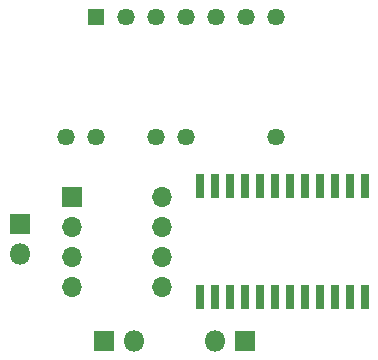
<source format=gbr>
%TF.GenerationSoftware,KiCad,Pcbnew,(5.1.6)-1*%
%TF.CreationDate,2021-07-08T13:54:37-04:00*%
%TF.ProjectId,Turbo-Display-V3-Simple,54757262-6f2d-4446-9973-706c61792d56,rev?*%
%TF.SameCoordinates,Original*%
%TF.FileFunction,Soldermask,Top*%
%TF.FilePolarity,Negative*%
%FSLAX46Y46*%
G04 Gerber Fmt 4.6, Leading zero omitted, Abs format (unit mm)*
G04 Created by KiCad (PCBNEW (5.1.6)-1) date 2021-07-08 13:54:37*
%MOMM*%
%LPD*%
G01*
G04 APERTURE LIST*
%ADD10R,1.465000X1.465000*%
%ADD11C,1.465000*%
%ADD12R,0.750000X2.025000*%
%ADD13R,1.800000X1.800000*%
%ADD14O,1.800000X1.800000*%
%ADD15R,1.700000X1.700000*%
%ADD16O,1.700000X1.700000*%
G04 APERTURE END LIST*
D10*
%TO.C,DS1*%
X129540000Y-78105000D03*
D11*
X132080000Y-78105000D03*
X134620000Y-78105000D03*
X137160000Y-78105000D03*
X139700000Y-78105000D03*
X142240000Y-78105000D03*
X144780000Y-78105000D03*
X144780000Y-88265000D03*
X137160000Y-88265000D03*
X134620000Y-88265000D03*
X129540000Y-88265000D03*
X127000000Y-88265000D03*
%TD*%
D12*
%TO.C,IC1*%
X138303000Y-101867000D03*
X139573000Y-101867000D03*
X140843000Y-101867000D03*
X142113000Y-101867000D03*
X143383000Y-101867000D03*
X144653000Y-101867000D03*
X145923000Y-101867000D03*
X147193000Y-101867000D03*
X148463000Y-101867000D03*
X149733000Y-101867000D03*
X151003000Y-101867000D03*
X152273000Y-101867000D03*
X152273000Y-92443000D03*
X151003000Y-92443000D03*
X149733000Y-92443000D03*
X148463000Y-92443000D03*
X147193000Y-92443000D03*
X145923000Y-92443000D03*
X144653000Y-92443000D03*
X143383000Y-92443000D03*
X142113000Y-92443000D03*
X140843000Y-92443000D03*
X139573000Y-92443000D03*
X138303000Y-92443000D03*
%TD*%
D13*
%TO.C,5V*%
X123063000Y-95631000D03*
D14*
X123063000Y-98171000D03*
%TD*%
D13*
%TO.C,IN*%
X130175000Y-105537000D03*
D14*
X132715000Y-105537000D03*
%TD*%
%TO.C,OUT*%
X139573000Y-105537000D03*
D13*
X142113000Y-105537000D03*
%TD*%
D15*
%TO.C,U1*%
X127508000Y-93345000D03*
D16*
X135128000Y-100965000D03*
X127508000Y-95885000D03*
X135128000Y-98425000D03*
X127508000Y-98425000D03*
X135128000Y-95885000D03*
X127508000Y-100965000D03*
X135128000Y-93345000D03*
%TD*%
M02*

</source>
